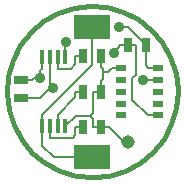
<source format=gtl>
G04 (created by PCBNEW-RS274X (2011-05-25)-stable) date Sat 27 Oct 2012 20:40:34 BST*
G01*
G70*
G90*
%MOIN*%
G04 Gerber Fmt 3.4, Leading zero omitted, Abs format*
%FSLAX34Y34*%
G04 APERTURE LIST*
%ADD10C,0.006000*%
%ADD11C,0.015000*%
%ADD12R,0.122000X0.082700*%
%ADD13R,0.025000X0.045000*%
%ADD14R,0.045000X0.025000*%
%ADD15C,0.045000*%
%ADD16R,0.035400X0.023600*%
%ADD17R,0.013700X0.047200*%
%ADD18C,0.035000*%
%ADD19C,0.008000*%
G04 APERTURE END LIST*
G54D10*
G54D11*
X42224Y-39370D02*
X42169Y-39924D01*
X42008Y-40457D01*
X41747Y-40949D01*
X41395Y-41381D01*
X40965Y-41736D01*
X40475Y-42000D01*
X39943Y-42165D01*
X39389Y-42223D01*
X38836Y-42173D01*
X38301Y-42016D01*
X37808Y-41758D01*
X37374Y-41409D01*
X37016Y-40982D01*
X36747Y-40494D01*
X36579Y-39963D01*
X36517Y-39409D01*
X36563Y-38855D01*
X36717Y-38320D01*
X36972Y-37824D01*
X37318Y-37388D01*
X37742Y-37027D01*
X38228Y-36755D01*
X38758Y-36583D01*
X39311Y-36517D01*
X39865Y-36560D01*
X40402Y-36710D01*
X40899Y-36961D01*
X41338Y-37304D01*
X41702Y-37725D01*
X41977Y-38210D01*
X42153Y-38738D01*
X42222Y-39291D01*
X42224Y-39370D01*
G54D12*
X39370Y-37205D03*
X39370Y-41535D03*
G54D13*
X39070Y-38189D03*
X39670Y-38189D03*
X39070Y-39370D03*
X39670Y-39370D03*
X39070Y-40551D03*
X39670Y-40551D03*
X40546Y-37795D03*
X41146Y-37795D03*
G54D14*
X37008Y-38972D03*
X37008Y-39572D03*
G54D15*
X40551Y-41043D03*
G54D16*
X41555Y-40157D03*
X41555Y-39763D03*
X41555Y-39370D03*
X41555Y-38977D03*
X41555Y-38583D03*
X40335Y-38583D03*
X40335Y-38977D03*
X40335Y-39370D03*
X40335Y-39763D03*
X40335Y-40157D03*
G54D17*
X37708Y-40521D03*
X37964Y-40521D03*
X38218Y-40521D03*
X38474Y-40521D03*
X38474Y-38219D03*
X38218Y-38219D03*
X37964Y-38219D03*
X37708Y-38219D03*
G54D18*
X37645Y-38922D03*
X40086Y-38070D03*
X38480Y-37704D03*
X40267Y-37219D03*
X38070Y-39236D03*
X41073Y-38993D03*
G54D19*
X37708Y-40521D02*
X37708Y-40142D01*
X37708Y-41163D02*
X37708Y-40521D01*
X38080Y-41535D02*
X37708Y-41163D01*
X39370Y-41535D02*
X38080Y-41535D01*
X39370Y-38480D02*
X39370Y-37205D01*
X37708Y-40142D02*
X39370Y-38480D01*
X38802Y-39558D02*
X38802Y-39370D01*
X38218Y-40142D02*
X38802Y-39558D01*
X38218Y-40521D02*
X38218Y-40142D01*
X39070Y-39370D02*
X38802Y-39370D01*
X38802Y-38457D02*
X38802Y-38189D01*
X38661Y-38598D02*
X38802Y-38457D01*
X38218Y-38598D02*
X38661Y-38598D01*
X38218Y-38219D02*
X38218Y-38598D01*
X39070Y-38189D02*
X38802Y-38189D01*
X38802Y-40819D02*
X38802Y-40551D01*
X38721Y-40900D02*
X38802Y-40819D01*
X37964Y-40900D02*
X38721Y-40900D01*
X37964Y-40521D02*
X37964Y-40900D01*
X39070Y-40551D02*
X38802Y-40551D01*
X40546Y-37795D02*
X40814Y-37795D01*
X37008Y-38972D02*
X37376Y-38972D01*
X37426Y-38922D02*
X37645Y-38922D01*
X37376Y-38972D02*
X37426Y-38922D01*
X37645Y-38661D02*
X37645Y-38922D01*
X37708Y-38598D02*
X37645Y-38661D01*
X37708Y-38219D02*
X37708Y-38598D01*
X41555Y-40157D02*
X41235Y-40157D01*
X40278Y-37878D02*
X40278Y-37795D01*
X40086Y-38070D02*
X40278Y-37878D01*
X40546Y-37795D02*
X40278Y-37795D01*
X40707Y-39629D02*
X41235Y-40157D01*
X40707Y-38909D02*
X40707Y-39629D01*
X40814Y-38802D02*
X40707Y-38909D01*
X40814Y-37795D02*
X40814Y-38802D01*
X39670Y-40551D02*
X39402Y-40551D01*
X40430Y-41043D02*
X39938Y-40551D01*
X40551Y-41043D02*
X40430Y-41043D01*
X39670Y-40551D02*
X39938Y-40551D01*
X38813Y-40182D02*
X39301Y-40182D01*
X38474Y-40521D02*
X38813Y-40182D01*
X39402Y-40283D02*
X39402Y-40551D01*
X39301Y-40182D02*
X39402Y-40283D01*
X39402Y-40081D02*
X39301Y-40182D01*
X39402Y-39370D02*
X39402Y-40081D01*
X39670Y-39370D02*
X39402Y-39370D01*
X39739Y-38933D02*
X39739Y-38715D01*
X39670Y-39002D02*
X39739Y-38933D01*
X39670Y-39370D02*
X39670Y-39002D01*
X39670Y-38557D02*
X39670Y-38189D01*
X39739Y-38626D02*
X39670Y-38557D01*
X39739Y-38715D02*
X39739Y-38626D01*
X39883Y-38715D02*
X40015Y-38583D01*
X39739Y-38715D02*
X39883Y-38715D01*
X40335Y-38583D02*
X40015Y-38583D01*
X41146Y-37795D02*
X41146Y-38117D01*
X41146Y-38494D02*
X41235Y-38583D01*
X41146Y-38117D02*
X41146Y-38494D01*
X41441Y-38583D02*
X41235Y-38583D01*
X41441Y-38583D02*
X41555Y-38583D01*
X40570Y-37219D02*
X40267Y-37219D01*
X41146Y-37795D02*
X40570Y-37219D01*
X38474Y-37710D02*
X38480Y-37704D01*
X38474Y-38219D02*
X38474Y-37710D01*
X37628Y-39572D02*
X37008Y-39572D01*
X37964Y-39236D02*
X37628Y-39572D01*
X37964Y-38219D02*
X37964Y-39236D01*
X41219Y-38993D02*
X41235Y-38977D01*
X41073Y-38993D02*
X41219Y-38993D01*
X41555Y-38977D02*
X41235Y-38977D01*
X37964Y-39236D02*
X38070Y-39236D01*
M02*

</source>
